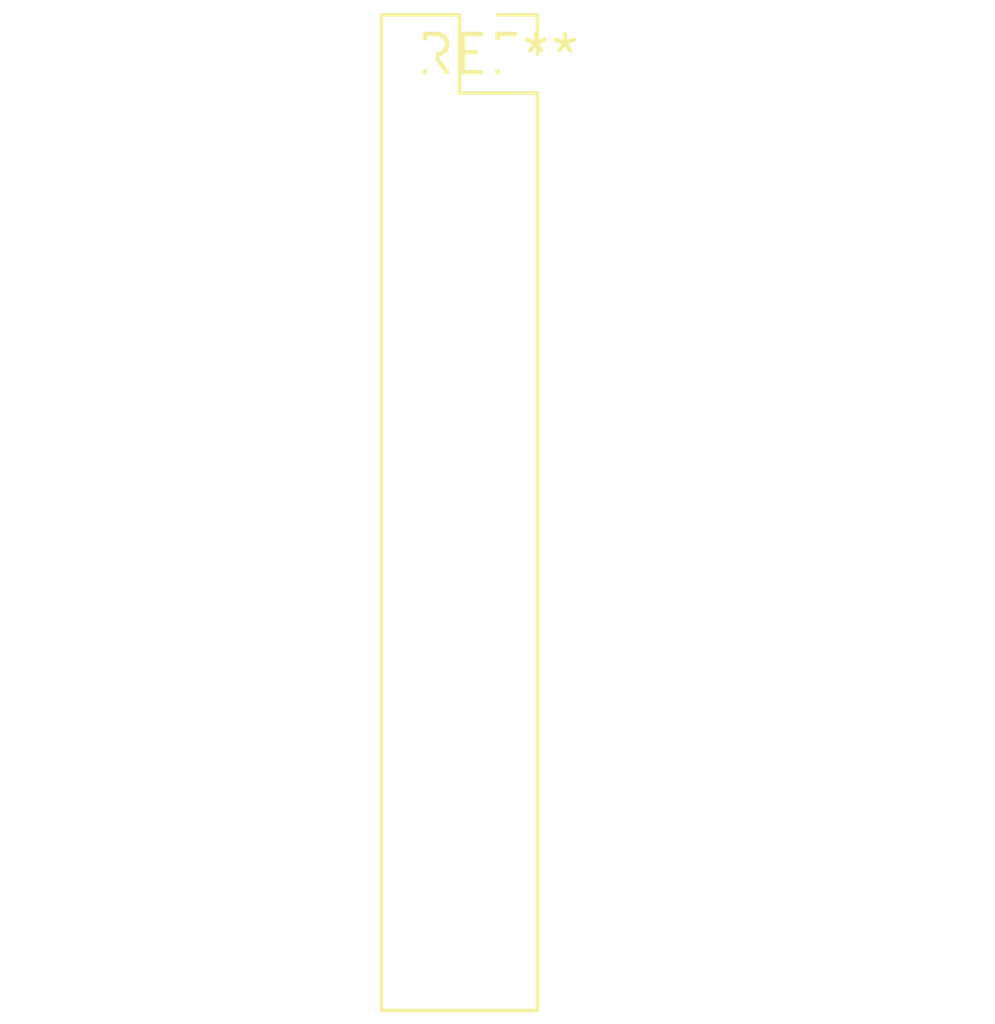
<source format=kicad_pcb>
(kicad_pcb (version 20240108) (generator pcbnew)
  (layers (0 "F.Cu" signal) (31 "B.Cu" signal) (34 "B.Paste" user) (35 "F.Paste" user) (36 "B.SilkS" user "B.Silkscreen") (37 "F.SilkS" user "F.Silkscreen") (38 "B.Mask" user) (39 "F.Mask" user) (44 "Edge.Cuts" user))
  (net 0 "")
  (footprint "PinSocket_2x13_P2.54mm_Vertical" (layer "F.Cu") (at 0 0)
    (property "Reference" "REF**")
    (property "Value" "PinSocket_2x13_P2.54mm_Vertical")
    (fp_line (start -3.87 -1.33) (end -3.87 31.81) (layer "F.SilkS") (stroke (width 0.12)))
    (fp_line (start -3.87 -1.33) (end -1.27 -1.33) (layer "F.SilkS") (stroke (width 0.12)))
    (fp_line (start -3.87 31.81) (end 1.33 31.81) (layer "F.SilkS") (stroke (width 0.12)))
    (fp_line (start -1.27 -1.33) (end -1.27 1.27) (layer "F.SilkS") (stroke (width 0.12)))
    (fp_line (start -1.27 1.27) (end 1.33 1.27) (layer "F.SilkS") (stroke (width 0.12)))
    (fp_line (start 0 -1.33) (end 1.33 -1.33) (layer "F.SilkS") (stroke (width 0.12)))
    (fp_line (start 1.33 -1.33) (end 1.33 0) (layer "F.SilkS") (stroke (width 0.12)))
    (fp_line (start 1.33 1.27) (end 1.33 31.81) (layer "F.SilkS") (stroke (width 0.12)))
    (pad "1" thru_hole rect (at 0 0) (size 1.7 1.7) (drill 1) (layers *.Cu *.Mask) (remove_unused_layers))
    (pad "2" thru_hole oval (at -2.54 0) (size 1.7 1.7) (drill 1) (layers *.Cu *.Mask) (remove_unused_layers))
    (pad "3" thru_hole oval (at 0 2.54) (size 1.7 1.7) (drill 1) (layers *.Cu *.Mask) (remove_unused_layers))
    (pad "4" thru_hole oval (at -2.54 2.54) (size 1.7 1.7) (drill 1) (layers *.Cu *.Mask) (remove_unused_layers))
    (pad "5" thru_hole oval (at 0 5.08) (size 1.7 1.7) (drill 1) (layers *.Cu *.Mask) (remove_unused_layers))
    (pad "6" thru_hole oval (at -2.54 5.08) (size 1.7 1.7) (drill 1) (layers *.Cu *.Mask) (remove_unused_layers))
    (pad "7" thru_hole oval (at 0 7.62) (size 1.7 1.7) (drill 1) (layers *.Cu *.Mask) (remove_unused_layers))
    (pad "8" thru_hole oval (at -2.54 7.62) (size 1.7 1.7) (drill 1) (layers *.Cu *.Mask) (remove_unused_layers))
    (pad "9" thru_hole oval (at 0 10.16) (size 1.7 1.7) (drill 1) (layers *.Cu *.Mask) (remove_unused_layers))
    (pad "10" thru_hole oval (at -2.54 10.16) (size 1.7 1.7) (drill 1) (layers *.Cu *.Mask) (remove_unused_layers))
    (pad "11" thru_hole oval (at 0 12.7) (size 1.7 1.7) (drill 1) (layers *.Cu *.Mask) (remove_unused_layers))
    (pad "12" thru_hole oval (at -2.54 12.7) (size 1.7 1.7) (drill 1) (layers *.Cu *.Mask) (remove_unused_layers))
    (pad "13" thru_hole oval (at 0 15.24) (size 1.7 1.7) (drill 1) (layers *.Cu *.Mask) (remove_unused_layers))
    (pad "14" thru_hole oval (at -2.54 15.24) (size 1.7 1.7) (drill 1) (layers *.Cu *.Mask) (remove_unused_layers))
    (pad "15" thru_hole oval (at 0 17.78) (size 1.7 1.7) (drill 1) (layers *.Cu *.Mask) (remove_unused_layers))
    (pad "16" thru_hole oval (at -2.54 17.78) (size 1.7 1.7) (drill 1) (layers *.Cu *.Mask) (remove_unused_layers))
    (pad "17" thru_hole oval (at 0 20.32) (size 1.7 1.7) (drill 1) (layers *.Cu *.Mask) (remove_unused_layers))
    (pad "18" thru_hole oval (at -2.54 20.32) (size 1.7 1.7) (drill 1) (layers *.Cu *.Mask) (remove_unused_layers))
    (pad "19" thru_hole oval (at 0 22.86) (size 1.7 1.7) (drill 1) (layers *.Cu *.Mask) (remove_unused_layers))
    (pad "20" thru_hole oval (at -2.54 22.86) (size 1.7 1.7) (drill 1) (layers *.Cu *.Mask) (remove_unused_layers))
    (pad "21" thru_hole oval (at 0 25.4) (size 1.7 1.7) (drill 1) (layers *.Cu *.Mask) (remove_unused_layers))
    (pad "22" thru_hole oval (at -2.54 25.4) (size 1.7 1.7) (drill 1) (layers *.Cu *.Mask) (remove_unused_layers))
    (pad "23" thru_hole oval (at 0 27.94) (size 1.7 1.7) (drill 1) (layers *.Cu *.Mask) (remove_unused_layers))
    (pad "24" thru_hole oval (at -2.54 27.94) (size 1.7 1.7) (drill 1) (layers *.Cu *.Mask) (remove_unused_layers))
    (pad "25" thru_hole oval (at 0 30.48) (size 1.7 1.7) (drill 1) (layers *.Cu *.Mask) (remove_unused_layers))
    (pad "26" thru_hole oval (at -2.54 30.48) (size 1.7 1.7) (drill 1) (layers *.Cu *.Mask) (remove_unused_layers))
  )
)
</source>
